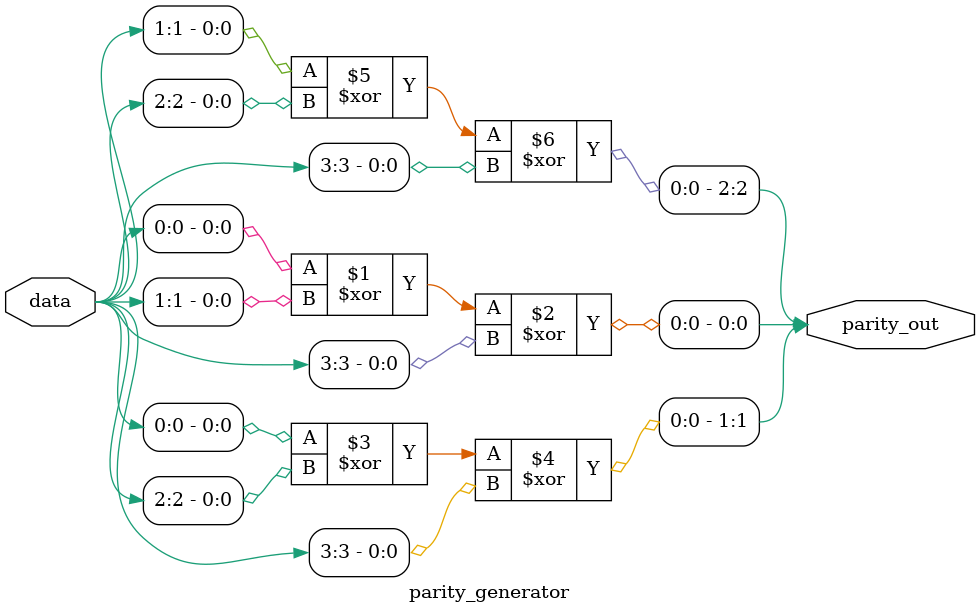
<source format=v>
`timescale 1ns / 1ps

module parity_generator(
input [3:0] data,
output [2:0] parity_out
);

assign parity_out[0] = data[0]^data[1]^data[3];
assign parity_out[1] = data[0]^data[2]^data[3];
assign parity_out[2] = data[1]^data[2]^data[3];
endmodule

</source>
